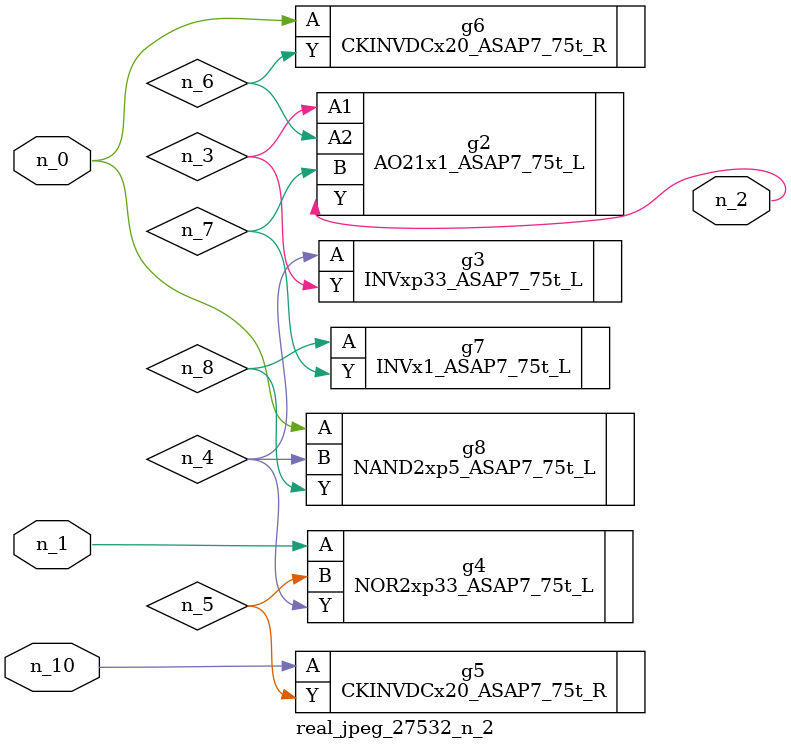
<source format=v>
module real_jpeg_27532_n_2 (n_1, n_10, n_0, n_2);

input n_1;
input n_10;
input n_0;

output n_2;

wire n_5;
wire n_4;
wire n_8;
wire n_6;
wire n_7;
wire n_3;

CKINVDCx20_ASAP7_75t_R g6 ( 
.A(n_0),
.Y(n_6)
);

NAND2xp5_ASAP7_75t_L g8 ( 
.A(n_0),
.B(n_4),
.Y(n_8)
);

NOR2xp33_ASAP7_75t_L g4 ( 
.A(n_1),
.B(n_5),
.Y(n_4)
);

AO21x1_ASAP7_75t_L g2 ( 
.A1(n_3),
.A2(n_6),
.B(n_7),
.Y(n_2)
);

INVxp33_ASAP7_75t_L g3 ( 
.A(n_4),
.Y(n_3)
);

INVx1_ASAP7_75t_L g7 ( 
.A(n_8),
.Y(n_7)
);

CKINVDCx20_ASAP7_75t_R g5 ( 
.A(n_10),
.Y(n_5)
);


endmodule
</source>
